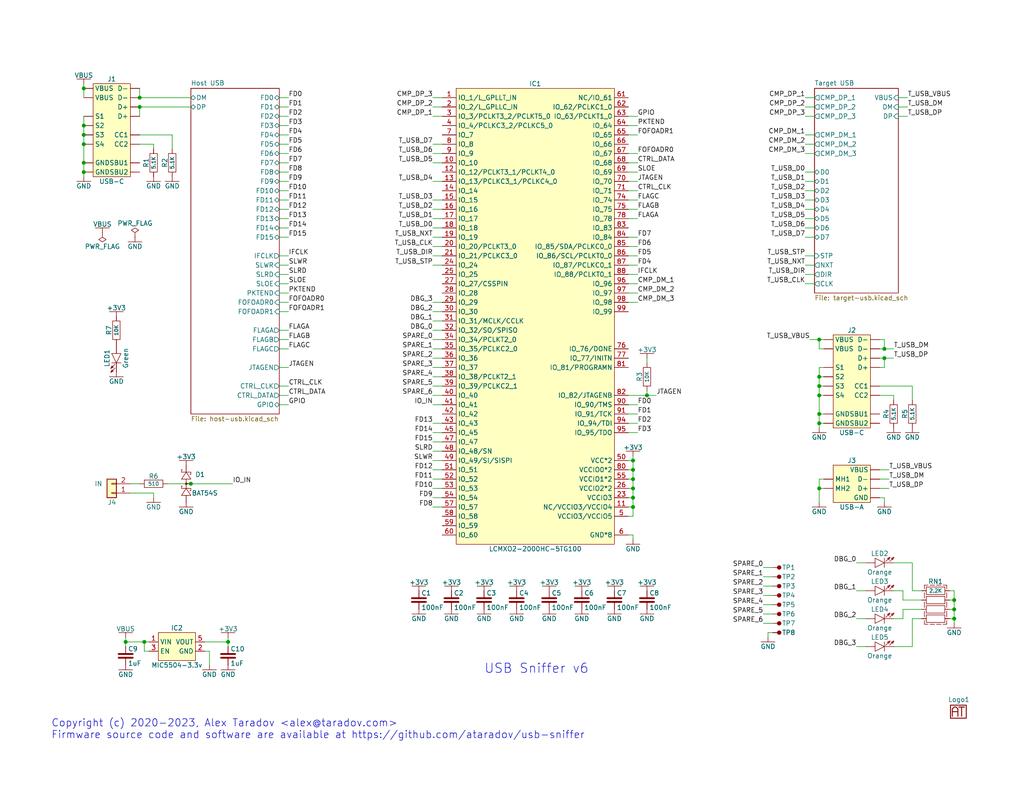
<source format=kicad_sch>
(kicad_sch (version 20230121) (generator eeschema)
  (paper "USLetter")
  (title_block (date "2023-06-16") (rev "6"))
  (junction (at 52.07 132.08))
  (junction (at 223.52 133.35))
  (junction (at 176.53 107.95))
  (junction (at 172.72 130.81))
  (junction (at 22.86 24.13))
  (junction (at 22.86 36.83))
  (junction (at 172.72 128.27))
  (junction (at 172.72 125.73))
  (junction (at 22.86 44.45))
  (junction (at 241.3 95.25))
  (junction (at 260.35 168.91))
  (junction (at 260.35 166.37))
  (junction (at 22.86 46.99))
  (junction (at 241.3 97.79))
  (junction (at 223.52 105.41))
  (junction (at 172.72 133.35))
  (junction (at 223.52 115.57))
  (junction (at 260.35 163.83))
  (junction (at 38.1 29.21))
  (junction (at 62.23 175.26))
  (junction (at 39.37 175.26))
  (junction (at 34.29 175.26))
  (junction (at 223.52 102.87))
  (junction (at 22.86 39.37))
  (junction (at 223.52 113.03))
  (junction (at 22.86 34.29))
  (junction (at 38.1 26.67))
  (junction (at 172.72 138.43))
  (junction (at 223.52 92.71))
  (junction (at 223.52 107.95))
  (junction (at 172.72 135.89))
  (wire (pts (xy 171.45 82.55) (xy 173.99 82.55)))
  (wire (pts (xy 34.29 176.53) (xy 34.29 175.26)))
  (wire (pts (xy 171.45 80.01) (xy 173.99 80.01)))
  (wire (pts (xy 171.45 36.83) (xy 173.99 36.83)))
  (wire (pts (xy 171.45 54.61) (xy 173.99 54.61)))
  (wire (pts (xy 223.52 92.71) (xy 223.52 95.25)))
  (wire (pts (xy 223.52 92.71) (xy 224.79 92.71)))
  (wire (pts (xy 172.72 125.73) (xy 172.72 128.27)))
  (wire (pts (xy 78.74 74.93) (xy 76.2 74.93)))
  (wire (pts (xy 171.45 133.35) (xy 172.72 133.35)))
  (wire (pts (xy 259.08 161.29) (xy 260.35 161.29)))
  (wire (pts (xy 248.92 176.53) (xy 248.92 168.91)))
  (wire (pts (xy 241.3 97.79) (xy 243.84 97.79)))
  (wire (pts (xy 219.71 52.07) (xy 222.25 52.07)))
  (wire (pts (xy 76.2 52.07) (xy 78.74 52.07)))
  (wire (pts (xy 22.86 34.29) (xy 22.86 36.83)))
  (wire (pts (xy 38.1 24.13) (xy 38.1 26.67)))
  (wire (pts (xy 76.2 107.95) (xy 78.74 107.95)))
  (wire (pts (xy 171.45 74.93) (xy 173.99 74.93)))
  (wire (pts (xy 118.11 102.87) (xy 120.65 102.87)))
  (wire (pts (xy 171.45 49.53) (xy 173.99 49.53)))
  (wire (pts (xy 22.86 44.45) (xy 22.86 46.99)))
  (wire (pts (xy 118.11 118.11) (xy 120.65 118.11)))
  (wire (pts (xy 118.11 54.61) (xy 120.65 54.61)))
  (wire (pts (xy 224.79 100.33) (xy 223.52 100.33)))
  (wire (pts (xy 243.84 107.95) (xy 243.84 109.22)))
  (wire (pts (xy 208.28 170.18) (xy 210.82 170.18)))
  (wire (pts (xy 219.71 39.37) (xy 222.25 39.37)))
  (wire (pts (xy 118.11 105.41) (xy 120.65 105.41)))
  (wire (pts (xy 208.28 154.94) (xy 210.82 154.94)))
  (wire (pts (xy 246.38 163.83) (xy 251.46 163.83)))
  (wire (pts (xy 219.71 46.99) (xy 222.25 46.99)))
  (wire (pts (xy 57.15 181.61) (xy 57.15 177.8)))
  (wire (pts (xy 171.45 128.27) (xy 172.72 128.27)))
  (wire (pts (xy 76.2 49.53) (xy 78.74 49.53)))
  (wire (pts (xy 240.03 97.79) (xy 241.3 97.79)))
  (wire (pts (xy 118.11 123.19) (xy 120.65 123.19)))
  (wire (pts (xy 76.2 77.47) (xy 78.74 77.47)))
  (wire (pts (xy 172.72 133.35) (xy 172.72 135.89)))
  (wire (pts (xy 78.74 95.25) (xy 76.2 95.25)))
  (wire (pts (xy 41.91 134.62) (xy 41.91 135.89)))
  (wire (pts (xy 76.2 105.41) (xy 78.74 105.41)))
  (wire (pts (xy 246.38 161.29) (xy 246.38 163.83)))
  (wire (pts (xy 246.38 166.37) (xy 251.46 166.37)))
  (wire (pts (xy 118.11 31.75) (xy 120.65 31.75)))
  (wire (pts (xy 223.52 133.35) (xy 224.79 133.35)))
  (wire (pts (xy 76.2 100.33) (xy 78.74 100.33)))
  (wire (pts (xy 219.71 57.15) (xy 222.25 57.15)))
  (wire (pts (xy 240.03 107.95) (xy 243.84 107.95)))
  (wire (pts (xy 34.29 175.26) (xy 39.37 175.26)))
  (wire (pts (xy 171.45 31.75) (xy 173.99 31.75)))
  (wire (pts (xy 171.45 113.03) (xy 173.99 113.03)))
  (wire (pts (xy 118.11 135.89) (xy 120.65 135.89)))
  (wire (pts (xy 171.45 115.57) (xy 173.99 115.57)))
  (wire (pts (xy 171.45 46.99) (xy 173.99 46.99)))
  (wire (pts (xy 118.11 107.95) (xy 120.65 107.95)))
  (wire (pts (xy 118.11 72.39) (xy 120.65 72.39)))
  (wire (pts (xy 171.45 135.89) (xy 172.72 135.89)))
  (wire (pts (xy 41.91 39.37) (xy 41.91 40.64)))
  (wire (pts (xy 171.45 107.95) (xy 176.53 107.95)))
  (wire (pts (xy 39.37 175.26) (xy 39.37 177.8)))
  (wire (pts (xy 76.2 34.29) (xy 78.74 34.29)))
  (wire (pts (xy 219.71 64.77) (xy 222.25 64.77)))
  (wire (pts (xy 219.71 69.85) (xy 222.25 69.85)))
  (wire (pts (xy 240.03 100.33) (xy 241.3 100.33)))
  (wire (pts (xy 243.84 161.29) (xy 246.38 161.29)))
  (wire (pts (xy 223.52 115.57) (xy 224.79 115.57)))
  (wire (pts (xy 209.55 173.99) (xy 209.55 172.72)))
  (wire (pts (xy 118.11 125.73) (xy 120.65 125.73)))
  (wire (pts (xy 223.52 107.95) (xy 223.52 113.03)))
  (wire (pts (xy 118.11 133.35) (xy 120.65 133.35)))
  (wire (pts (xy 245.11 29.21) (xy 247.65 29.21)))
  (wire (pts (xy 171.45 34.29) (xy 173.99 34.29)))
  (wire (pts (xy 171.45 59.69) (xy 173.99 59.69)))
  (wire (pts (xy 118.11 59.69) (xy 120.65 59.69)))
  (wire (pts (xy 209.55 172.72) (xy 210.82 172.72)))
  (wire (pts (xy 176.53 106.68) (xy 176.53 107.95)))
  (wire (pts (xy 243.84 168.91) (xy 246.38 168.91)))
  (wire (pts (xy 118.11 128.27) (xy 120.65 128.27)))
  (wire (pts (xy 224.79 130.81) (xy 223.52 130.81)))
  (wire (pts (xy 118.11 41.91) (xy 120.65 41.91)))
  (wire (pts (xy 171.45 130.81) (xy 172.72 130.81)))
  (wire (pts (xy 118.11 110.49) (xy 120.65 110.49)))
  (wire (pts (xy 240.03 105.41) (xy 248.92 105.41)))
  (wire (pts (xy 118.11 67.31) (xy 120.65 67.31)))
  (wire (pts (xy 40.64 177.8) (xy 39.37 177.8)))
  (wire (pts (xy 172.72 146.05) (xy 172.72 147.32)))
  (wire (pts (xy 219.71 62.23) (xy 222.25 62.23)))
  (wire (pts (xy 118.11 44.45) (xy 120.65 44.45)))
  (wire (pts (xy 219.71 54.61) (xy 222.25 54.61)))
  (wire (pts (xy 76.2 64.77) (xy 78.74 64.77)))
  (wire (pts (xy 118.11 39.37) (xy 120.65 39.37)))
  (wire (pts (xy 172.72 135.89) (xy 172.72 138.43)))
  (wire (pts (xy 76.2 41.91) (xy 78.74 41.91)))
  (wire (pts (xy 78.74 92.71) (xy 76.2 92.71)))
  (wire (pts (xy 118.11 87.63) (xy 120.65 87.63)))
  (wire (pts (xy 171.45 67.31) (xy 173.99 67.31)))
  (wire (pts (xy 223.52 130.81) (xy 223.52 133.35)))
  (wire (pts (xy 248.92 161.29) (xy 251.46 161.29)))
  (wire (pts (xy 76.2 36.83) (xy 78.74 36.83)))
  (wire (pts (xy 208.28 162.56) (xy 210.82 162.56)))
  (wire (pts (xy 62.23 176.53) (xy 62.23 175.26)))
  (wire (pts (xy 208.28 157.48) (xy 210.82 157.48)))
  (wire (pts (xy 248.92 153.67) (xy 248.92 161.29)))
  (wire (pts (xy 55.88 177.8) (xy 57.15 177.8)))
  (wire (pts (xy 76.2 110.49) (xy 78.74 110.49)))
  (wire (pts (xy 171.45 140.97) (xy 172.72 140.97)))
  (wire (pts (xy 78.74 90.17) (xy 76.2 90.17)))
  (wire (pts (xy 171.45 44.45) (xy 173.99 44.45)))
  (wire (pts (xy 118.11 69.85) (xy 120.65 69.85)))
  (wire (pts (xy 171.45 118.11) (xy 173.99 118.11)))
  (wire (pts (xy 118.11 62.23) (xy 120.65 62.23)))
  (wire (pts (xy 38.1 36.83) (xy 46.99 36.83)))
  (wire (pts (xy 240.03 92.71) (xy 241.3 92.71)))
  (wire (pts (xy 38.1 26.67) (xy 52.07 26.67)))
  (wire (pts (xy 118.11 64.77) (xy 120.65 64.77)))
  (wire (pts (xy 208.28 160.02) (xy 210.82 160.02)))
  (wire (pts (xy 248.92 168.91) (xy 251.46 168.91)))
  (wire (pts (xy 118.11 120.65) (xy 120.65 120.65)))
  (wire (pts (xy 246.38 168.91) (xy 246.38 166.37)))
  (wire (pts (xy 46.99 36.83) (xy 46.99 40.64)))
  (wire (pts (xy 223.52 113.03) (xy 223.52 115.57)))
  (wire (pts (xy 241.3 95.25) (xy 243.84 95.25)))
  (wire (pts (xy 118.11 115.57) (xy 120.65 115.57)))
  (wire (pts (xy 171.45 41.91) (xy 173.99 41.91)))
  (wire (pts (xy 219.71 49.53) (xy 222.25 49.53)))
  (wire (pts (xy 171.45 77.47) (xy 173.99 77.47)))
  (wire (pts (xy 171.45 69.85) (xy 173.99 69.85)))
  (wire (pts (xy 219.71 41.91) (xy 222.25 41.91)))
  (wire (pts (xy 219.71 31.75) (xy 222.25 31.75)))
  (wire (pts (xy 76.2 85.09) (xy 78.74 85.09)))
  (wire (pts (xy 176.53 107.95) (xy 179.07 107.95)))
  (wire (pts (xy 38.1 29.21) (xy 52.07 29.21)))
  (wire (pts (xy 223.52 95.25) (xy 224.79 95.25)))
  (wire (pts (xy 219.71 36.83) (xy 222.25 36.83)))
  (wire (pts (xy 76.2 80.01) (xy 78.74 80.01)))
  (wire (pts (xy 260.35 161.29) (xy 260.35 163.83)))
  (wire (pts (xy 171.45 72.39) (xy 173.99 72.39)))
  (wire (pts (xy 118.11 97.79) (xy 120.65 97.79)))
  (wire (pts (xy 171.45 64.77) (xy 173.99 64.77)))
  (wire (pts (xy 76.2 59.69) (xy 78.74 59.69)))
  (wire (pts (xy 219.71 29.21) (xy 222.25 29.21)))
  (wire (pts (xy 240.03 135.89) (xy 241.3 135.89)))
  (wire (pts (xy 76.2 39.37) (xy 78.74 39.37)))
  (wire (pts (xy 172.72 128.27) (xy 172.72 130.81)))
  (wire (pts (xy 240.03 130.81) (xy 242.57 130.81)))
  (wire (pts (xy 223.52 102.87) (xy 224.79 102.87)))
  (wire (pts (xy 34.29 173.99) (xy 34.29 175.26)))
  (wire (pts (xy 22.86 46.99) (xy 22.86 48.26)))
  (wire (pts (xy 76.2 29.21) (xy 78.74 29.21)))
  (wire (pts (xy 259.08 163.83) (xy 260.35 163.83)))
  (wire (pts (xy 118.11 90.17) (xy 120.65 90.17)))
  (wire (pts (xy 118.11 138.43) (xy 120.65 138.43)))
  (wire (pts (xy 118.11 82.55) (xy 120.65 82.55)))
  (wire (pts (xy 220.98 92.71) (xy 223.52 92.71)))
  (wire (pts (xy 78.74 69.85) (xy 76.2 69.85)))
  (wire (pts (xy 76.2 44.45) (xy 78.74 44.45)))
  (wire (pts (xy 76.2 46.99) (xy 78.74 46.99)))
  (wire (pts (xy 233.68 168.91) (xy 236.22 168.91)))
  (wire (pts (xy 233.68 153.67) (xy 236.22 153.67)))
  (wire (pts (xy 172.72 124.46) (xy 172.72 125.73)))
  (wire (pts (xy 171.45 57.15) (xy 173.99 57.15)))
  (wire (pts (xy 219.71 59.69) (xy 222.25 59.69)))
  (wire (pts (xy 171.45 138.43) (xy 172.72 138.43)))
  (wire (pts (xy 118.11 130.81) (xy 120.65 130.81)))
  (wire (pts (xy 118.11 29.21) (xy 120.65 29.21)))
  (wire (pts (xy 223.52 115.57) (xy 223.52 116.84)))
  (wire (pts (xy 241.3 97.79) (xy 241.3 100.33)))
  (wire (pts (xy 240.03 95.25) (xy 241.3 95.25)))
  (wire (pts (xy 223.52 107.95) (xy 224.79 107.95)))
  (wire (pts (xy 22.86 24.13) (xy 22.86 26.67)))
  (wire (pts (xy 171.45 125.73) (xy 172.72 125.73)))
  (wire (pts (xy 241.3 92.71) (xy 241.3 95.25)))
  (wire (pts (xy 171.45 146.05) (xy 172.72 146.05)))
  (wire (pts (xy 260.35 168.91) (xy 259.08 168.91)))
  (wire (pts (xy 76.2 54.61) (xy 78.74 54.61)))
  (wire (pts (xy 76.2 57.15) (xy 78.74 57.15)))
  (wire (pts (xy 219.71 74.93) (xy 222.25 74.93)))
  (wire (pts (xy 223.52 102.87) (xy 223.52 105.41)))
  (wire (pts (xy 76.2 82.55) (xy 78.74 82.55)))
  (wire (pts (xy 55.88 175.26) (xy 62.23 175.26)))
  (wire (pts (xy 38.1 29.21) (xy 38.1 31.75)))
  (wire (pts (xy 118.11 49.53) (xy 120.65 49.53)))
  (wire (pts (xy 172.72 130.81) (xy 172.72 133.35)))
  (wire (pts (xy 35.56 134.62) (xy 41.91 134.62)))
  (wire (pts (xy 223.52 133.35) (xy 223.52 137.16)))
  (wire (pts (xy 172.72 138.43) (xy 172.72 140.97)))
  (wire (pts (xy 118.11 100.33) (xy 120.65 100.33)))
  (wire (pts (xy 243.84 153.67) (xy 248.92 153.67)))
  (wire (pts (xy 243.84 176.53) (xy 248.92 176.53)))
  (wire (pts (xy 118.11 57.15) (xy 120.65 57.15)))
  (wire (pts (xy 171.45 52.07) (xy 173.99 52.07)))
  (wire (pts (xy 76.2 62.23) (xy 78.74 62.23)))
  (wire (pts (xy 219.71 26.67) (xy 222.25 26.67)))
  (wire (pts (xy 22.86 36.83) (xy 22.86 39.37)))
  (wire (pts (xy 118.11 92.71) (xy 120.65 92.71)))
  (wire (pts (xy 223.52 105.41) (xy 223.52 107.95)))
  (wire (pts (xy 52.07 132.08) (xy 63.5 132.08)))
  (wire (pts (xy 62.23 173.99) (xy 62.23 175.26)))
  (wire (pts (xy 219.71 77.47) (xy 222.25 77.47)))
  (wire (pts (xy 38.1 39.37) (xy 41.91 39.37)))
  (wire (pts (xy 248.92 105.41) (xy 248.92 109.22)))
  (wire (pts (xy 22.86 39.37) (xy 22.86 44.45)))
  (wire (pts (xy 118.11 26.67) (xy 120.65 26.67)))
  (wire (pts (xy 223.52 113.03) (xy 224.79 113.03)))
  (wire (pts (xy 35.56 132.08) (xy 38.1 132.08)))
  (wire (pts (xy 245.11 26.67) (xy 247.65 26.67)))
  (wire (pts (xy 118.11 95.25) (xy 120.65 95.25)))
  (wire (pts (xy 219.71 72.39) (xy 222.25 72.39)))
  (wire (pts (xy 78.74 72.39) (xy 76.2 72.39)))
  (wire (pts (xy 260.35 166.37) (xy 260.35 168.91)))
  (wire (pts (xy 260.35 168.91) (xy 260.35 170.18)))
  (wire (pts (xy 208.28 167.64) (xy 210.82 167.64)))
  (wire (pts (xy 118.11 85.09) (xy 120.65 85.09)))
  (wire (pts (xy 240.03 133.35) (xy 242.57 133.35)))
  (wire (pts (xy 259.08 166.37) (xy 260.35 166.37)))
  (wire (pts (xy 22.86 31.75) (xy 22.86 34.29)))
  (wire (pts (xy 171.45 110.49) (xy 173.99 110.49)))
  (wire (pts (xy 76.2 31.75) (xy 78.74 31.75)))
  (wire (pts (xy 45.72 132.08) (xy 52.07 132.08)))
  (wire (pts (xy 260.35 163.83) (xy 260.35 166.37)))
  (wire (pts (xy 223.52 100.33) (xy 223.52 102.87)))
  (wire (pts (xy 176.53 97.79) (xy 176.53 99.06)))
  (wire (pts (xy 240.03 128.27) (xy 242.57 128.27)))
  (wire (pts (xy 233.68 176.53) (xy 236.22 176.53)))
  (wire (pts (xy 76.2 26.67) (xy 78.74 26.67)))
  (wire (pts (xy 22.86 22.86) (xy 22.86 24.13)))
  (wire (pts (xy 233.68 161.29) (xy 236.22 161.29)))
  (wire (pts (xy 241.3 137.16) (xy 241.3 135.89)))
  (wire (pts (xy 223.52 105.41) (xy 224.79 105.41)))
  (wire (pts (xy 245.11 31.75) (xy 247.65 31.75)))
  (wire (pts (xy 39.37 175.26) (xy 40.64 175.26)))
  (wire (pts (xy 208.28 165.1) (xy 210.82 165.1)))
  (text "Copyright (c) 2020-2023, Alex Taradov <alex@taradov.com>\nFirmware source code and software are available at https://github.com/ataradov/usb-sniffer" (at 13.97 201.93 0) (effects (font (size 2 2)) (justify left bottom)))
  (text "USB Sniffer v6" (at 132.08 184.15 0) (effects (font (size 2.54 2.54)) (justify left bottom)))
  (label "FLAGC" (at 173.99 54.61 0))
  (label "SLRD" (at 78.74 74.93 0))
  (label "FD14" (at 118.11 118.11 180))
  (label "FD10" (at 78.74 52.07 0))
  (label "T_USB_VBUS" (at 220.98 92.71 180))
  (label "T_USB_CLK" (at 118.11 67.31 180))
  (label "CMP_DM_1" (at 173.99 77.47 0))
  (label "T_USB_D3" (at 118.11 54.61 180))
  (label "T_USB_STP" (at 118.11 72.39 180))
  (label "FD15" (at 78.74 64.77 0))
  (label "IO_IN" (at 118.11 110.49 180))
  (label "FD12" (at 78.74 57.15 0))
  (label "T_USB_D6" (at 219.71 62.23 180))
  (label "FD6" (at 78.74 41.91 0))
  (label "JTAGEN" (at 173.99 49.53 0))
  (label "IO_IN" (at 63.5 132.08 0))
  (label "CMP_DM_3" (at 173.99 82.55 0))
  (label "FD10" (at 118.11 133.35 180))
  (label "T_USB_D7" (at 118.11 39.37 180))
  (label "FD0" (at 78.74 26.67 0))
  (label "FD11" (at 118.11 130.81 180))
  (label "FD1" (at 173.99 113.03 0))
  (label "T_USB_CLK" (at 219.71 77.47 180))
  (label "DBG_1" (at 233.68 161.29 180))
  (label "FD2" (at 78.74 31.75 0))
  (label "SLWR" (at 78.74 72.39 0))
  (label "IFCLK" (at 173.99 74.93 0))
  (label "FLAGC" (at 78.74 95.25 0))
  (label "IFCLK" (at 78.74 69.85 0))
  (label "SPARE_2" (at 208.28 160.02 180))
  (label "T_USB_D2" (at 219.71 52.07 180))
  (label "CMP_DP_3" (at 219.71 31.75 180))
  (label "CMP_DP_3" (at 118.11 26.67 180))
  (label "FD7" (at 173.99 64.77 0))
  (label "T_USB_D3" (at 219.71 54.61 180))
  (label "FD3" (at 173.99 118.11 0))
  (label "FD9" (at 78.74 49.53 0))
  (label "CMP_DM_1" (at 219.71 36.83 180))
  (label "T_USB_D0" (at 219.71 46.99 180))
  (label "FD6" (at 173.99 67.31 0))
  (label "CMP_DM_2" (at 219.71 39.37 180))
  (label "T_USB_D7" (at 219.71 64.77 180))
  (label "SPARE_4" (at 118.11 102.87 180))
  (label "T_USB_NXT" (at 219.71 72.39 180))
  (label "T_USB_D4" (at 118.11 49.53 180))
  (label "T_USB_DP" (at 247.65 31.75 0))
  (label "T_USB_DIR" (at 118.11 69.85 180))
  (label "FOFOADR1" (at 173.99 36.83 0))
  (label "T_USB_DP" (at 243.84 97.79 0))
  (label "SPARE_5" (at 118.11 105.41 180))
  (label "T_USB_D1" (at 219.71 49.53 180))
  (label "T_USB_D1" (at 118.11 59.69 180))
  (label "FD3" (at 78.74 34.29 0))
  (label "T_USB_DP" (at 242.57 133.35 0))
  (label "FD11" (at 78.74 54.61 0))
  (label "DBG_3" (at 118.11 82.55 180))
  (label "FD2" (at 173.99 115.57 0))
  (label "FD15" (at 118.11 120.65 180))
  (label "FD12" (at 118.11 128.27 180))
  (label "SLWR" (at 118.11 125.73 180))
  (label "T_USB_D4" (at 219.71 57.15 180))
  (label "FD13" (at 78.74 59.69 0))
  (label "T_USB_DM" (at 243.84 95.25 0))
  (label "FD8" (at 118.11 138.43 180))
  (label "JTAGEN" (at 78.74 100.33 0))
  (label "SPARE_5" (at 208.28 167.64 180))
  (label "SPARE_1" (at 208.28 157.48 180))
  (label "FD13" (at 118.11 115.57 180))
  (label "SPARE_2" (at 118.11 97.79 180))
  (label "FD9" (at 118.11 135.89 180))
  (label "SPARE_1" (at 118.11 95.25 180))
  (label "T_USB_VBUS" (at 242.57 128.27 0))
  (label "FLAGB" (at 173.99 57.15 0))
  (label "FLAGB" (at 78.74 92.71 0))
  (label "PKTEND" (at 78.74 80.01 0))
  (label "FD5" (at 78.74 39.37 0))
  (label "GPIO" (at 78.74 110.49 0))
  (label "FLAGA" (at 78.74 90.17 0))
  (label "CMP_DP_1" (at 118.11 31.75 180))
  (label "FOFOADR1" (at 78.74 85.09 0))
  (label "FD14" (at 78.74 62.23 0))
  (label "DBG_2" (at 233.68 168.91 180))
  (label "GPIO" (at 173.99 31.75 0))
  (label "DBG_3" (at 233.68 176.53 180))
  (label "CMP_DP_2" (at 219.71 29.21 180))
  (label "CMP_DM_2" (at 173.99 80.01 0))
  (label "FD5" (at 173.99 69.85 0))
  (label "FD4" (at 78.74 36.83 0))
  (label "FOFOADR0" (at 173.99 41.91 0))
  (label "T_USB_D5" (at 118.11 44.45 180))
  (label "DBG_0" (at 233.68 153.67 180))
  (label "SPARE_0" (at 208.28 154.94 180))
  (label "FOFOADR0" (at 78.74 82.55 0))
  (label "T_USB_DIR" (at 219.71 74.93 180))
  (label "T_USB_DM" (at 247.65 29.21 0))
  (label "SPARE_6" (at 118.11 107.95 180))
  (label "PKTEND" (at 173.99 34.29 0))
  (label "CMP_DP_2" (at 118.11 29.21 180))
  (label "SPARE_6" (at 208.28 170.18 180))
  (label "T_USB_D2" (at 118.11 57.15 180))
  (label "T_USB_NXT" (at 118.11 64.77 180))
  (label "SLOE" (at 173.99 46.99 0))
  (label "SPARE_3" (at 118.11 100.33 180))
  (label "CTRL_CLK" (at 173.99 52.07 0))
  (label "CTRL_CLK" (at 78.74 105.41 0))
  (label "T_USB_D6" (at 118.11 41.91 180))
  (label "FLAGA" (at 173.99 59.69 0))
  (label "FD1" (at 78.74 29.21 0))
  (label "T_USB_DM" (at 242.57 130.81 0))
  (label "T_USB_VBUS" (at 247.65 26.67 0))
  (label "SLRD" (at 118.11 123.19 180))
  (label "FD7" (at 78.74 44.45 0))
  (label "CTRL_DATA" (at 173.99 44.45 0))
  (label "SLOE" (at 78.74 77.47 0))
  (label "T_USB_D0" (at 118.11 62.23 180))
  (label "T_USB_D5" (at 219.71 59.69 180))
  (label "JTAGEN" (at 179.07 107.95 0))
  (label "CTRL_DATA" (at 78.74 107.95 0))
  (label "FD8" (at 78.74 46.99 0))
  (label "CMP_DM_3" (at 219.71 41.91 180))
  (label "DBG_0" (at 118.11 90.17 180))
  (label "CMP_DP_1" (at 219.71 26.67 180))
  (label "DBG_1" (at 118.11 87.63 180))
  (label "FD4" (at 173.99 72.39 0))
  (label "FD0" (at 173.99 110.49 0))
  (label "SPARE_0" (at 118.11 92.71 180))
  (label "T_USB_STP" (at 219.71 69.85 180))
  (label "DBG_2" (at 118.11 85.09 180))
  (label "SPARE_3" (at 208.28 162.56 180))
  (label "SPARE_4" (at 208.28 165.1 180))
  (symbol (lib_id "ataradov_rlc:C") (at 62.23 179.07 0) (unit 1)
    (property "Reference" "C10" (at 62.865 177.165 0) (effects (justify left)))
    (property "Value" "1uF" (at 62.865 181.102 0) (effects (justify left)))
    (property "Footprint" "ataradov_smd:0603" (effects hide))
    (property "LCSC" "C15849" (effects hide))
  )
  (symbol (lib_id "ataradov_pwr:GND") (at 31.75 101.6 0) (unit 1)
    (property "Reference" "#PWR020" (effects hide))
    (property "Value" "GND" (at 31.75 104.14 0))
  )
  (symbol (lib_id "ataradov_pwr:+3V3") (at 167.64 161.29 0) (unit 1)
    (property "Reference" "#PWR028" (effects hide))
    (property "Value" "+3V3" (at 167.64 159.004 0))
  )
  (symbol (lib_id "ataradov_rlc:C") (at 123.19 163.83 0) (unit 1)
    (property "Reference" "C2" (at 123.825 161.925 0) (effects (justify left)))
    (property "Value" "100nF" (at 123.825 165.862 0) (effects (justify left)))
    (property "Footprint" "ataradov_smd:0603" (effects hide))
    (property "LCSC" "C14663" (effects hide))
  )
  (symbol (lib_id "ataradov_pwr:GND") (at 223.52 116.84 0) (unit 1)
    (property "Reference" "#PWR08" (effects hide))
    (property "Value" "GND" (at 223.52 119.38 0))
  )
  (symbol (lib_id "ataradov_vreg:MIC5504") (at 48.26 175.26 0) (unit 1)
    (property "Reference" "IC2" (at 48.26 171.45 0))
    (property "Value" "MIC5504-3.3v" (at 48.26 181.61 0))
    (property "Footprint" "ataradov_ic:SOT-23-5" (effects hide))
    (property "LCSC" "C88419" (effects hide))
  )
  (symbol (lib_id "ataradov_misc:TestPoint") (at 210.82 167.64 0) (unit 1) (in_bom no)
    (property "Reference" "TP6" (at 213.36 167.64 0) (effects (justify left)))
    (property "Value" " " (at 218.44 167.64 0) (effects (justify left)))
    (property "Footprint" "ataradov_misc:TestPoint-1.27mm-Small" (effects hide))
  )
  (symbol (lib_id "ataradov_pwr:GND") (at 62.23 181.61 0) (unit 1)
    (property "Reference" "#PWR044" (effects hide))
    (property "Value" "GND" (at 62.23 184.15 0))
  )
  (symbol (lib_id "ataradov_pwr:GND") (at 46.99 48.26 0) (unit 1)
    (property "Reference" "#PWR04" (effects hide))
    (property "Value" "GND" (at 46.99 50.8 0))
  )
  (symbol (lib_id "ataradov_rlc:C") (at 140.97 163.83 0) (unit 1)
    (property "Reference" "C4" (at 141.605 161.925 0) (effects (justify left)))
    (property "Value" "100nF" (at 141.605 165.862 0) (effects (justify left)))
    (property "Footprint" "ataradov_smd:0603" (effects hide))
    (property "LCSC" "C14663" (effects hide))
  )
  (symbol (lib_id "ataradov_pwr:GND") (at 114.3 166.37 0) (unit 1)
    (property "Reference" "#PWR030" (effects hide))
    (property "Value" "GND" (at 114.3 168.91 0))
  )
  (symbol (lib_id "ataradov_misc:TestPoint") (at 210.82 162.56 0) (unit 1) (in_bom no)
    (property "Reference" "TP4" (at 213.36 162.56 0) (effects (justify left)))
    (property "Value" " " (at 218.44 162.56 0) (effects (justify left)))
    (property "Footprint" "ataradov_misc:TestPoint-1.27mm-Small" (effects hide))
  )
  (symbol (lib_id "ataradov_pwr:GND") (at 223.52 137.16 0) (unit 1)
    (property "Reference" "#PWR015" (effects hide))
    (property "Value" "GND" (at 223.52 139.7 0))
  )
  (symbol (lib_id "ataradov_rlc:R") (at 41.91 132.08 0) (unit 1)
    (property "Reference" "R6" (at 41.91 130.048 0))
    (property "Value" "510" (at 41.91 132.08 0) (effects (font (size 1.016 1.016))))
    (property "Footprint" "ataradov_smd:0603" (effects hide))
    (property "LCSC" "C23193" (effects hide))
  )
  (symbol (lib_id "ataradov_pwr:GND") (at 41.91 135.89 0) (unit 1)
    (property "Reference" "#PWR017" (effects hide))
    (property "Value" "GND" (at 41.91 138.43 0))
  )
  (symbol (lib_id "ataradov_pwr:GND") (at 132.08 166.37 0) (unit 1)
    (property "Reference" "#PWR032" (effects hide))
    (property "Value" "GND" (at 132.08 168.91 0))
  )
  (symbol (lib_id "ataradov_pwr:+3V3") (at 176.53 161.29 0) (unit 1)
    (property "Reference" "#PWR029" (effects hide))
    (property "Value" "+3V3" (at 176.53 159.004 0))
  )
  (symbol (lib_id "ataradov_misc:TestPoint") (at 210.82 172.72 0) (unit 1) (in_bom no)
    (property "Reference" "TP8" (at 213.36 172.72 0) (effects (justify left)))
    (property "Value" " " (at 218.44 172.72 0) (effects (justify left)))
    (property "Footprint" "ataradov_misc:TestPoint-1.27mm-Small" (effects hide))
  )
  (symbol (lib_id "ataradov_pld:LCMXO2-100") (at 146.05 85.09 0) (unit 1)
    (property "Reference" "IC1" (at 146.05 22.86 0))
    (property "Value" "LCMXO2-2000HC-5TG100" (at 146.05 149.86 0))
    (property "Footprint" "ataradov_ic:TQFP-100-0.5mm" (effects hide))
  )
  (symbol (lib_id "ataradov_pwr:+3V3") (at 123.19 161.29 0) (unit 1)
    (property "Reference" "#PWR023" (effects hide))
    (property "Value" "+3V3" (at 123.19 159.004 0))
  )
  (symbol (lib_id "ataradov_misc:TestPoint") (at 210.82 170.18 0) (unit 1) (in_bom no)
    (property "Reference" "TP7" (at 213.36 170.18 0) (effects (justify left)))
    (property "Value" " " (at 218.44 170.18 0) (effects (justify left)))
    (property "Footprint" "ataradov_misc:TestPoint-1.27mm-Small" (effects hide))
  )
  (symbol (lib_id "ataradov_pwr:+3V3") (at 140.97 161.29 0) (unit 1)
    (property "Reference" "#PWR025" (effects hide))
    (property "Value" "+3V3" (at 140.97 159.004 0))
  )
  (symbol (lib_id "ataradov_pwr:GND") (at 248.92 116.84 0) (unit 1)
    (property "Reference" "#PWR010" (effects hide))
    (property "Value" "GND" (at 248.92 119.38 0))
  )
  (symbol (lib_id "ataradov_conn:USB-A") (at 232.41 130.81 0) (unit 1)
    (property "Reference" "J3" (at 232.41 125.73 0))
    (property "Value" "USB-A" (at 232.41 138.43 0))
    (property "Footprint" "usb-sniffer:C668591" (effects hide))
    (property "LCSC" "C668591" (effects hide))
  )
  (symbol (lib_id "ataradov_led:LED") (at 240.03 153.67 0) (unit 1)
    (property "Reference" "LED2" (at 240.03 151.13 0))
    (property "Value" "Orange" (at 240.03 156.21 0))
    (property "Footprint" "ataradov_smd:0603" (effects hide))
    (property "LCSC" "C84269" (effects hide))
  )
  (symbol (lib_id "ataradov_pwr:GND") (at 41.91 48.26 0) (unit 1)
    (property "Reference" "#PWR03" (effects hide))
    (property "Value" "GND" (at 41.91 50.8 0))
  )
  (symbol (lib_id "ataradov_pwr:GND") (at 50.8 137.16 0) (unit 1)
    (property "Reference" "#PWR014" (effects hide))
    (property "Value" "GND" (at 50.8 139.7 0))
  )
  (symbol (lib_name "PWR_FLAG_1") (lib_id "power:PWR_FLAG") (at 27.94 63.5 180) (unit 1)
    (property "Reference" "#FLG01" (effects hide))
    (property "Value" "PWR_FLAG" (at 27.94 67.31 0))
  )
  (symbol (lib_id "ataradov_rlc:C") (at 114.3 163.83 0) (unit 1)
    (property "Reference" "C1" (at 114.935 161.925 0) (effects (justify left)))
    (property "Value" "100nF" (at 114.935 165.862 0) (effects (justify left)))
    (property "Footprint" "ataradov_smd:0603" (effects hide))
    (property "LCSC" "C14663" (effects hide))
  )
  (symbol (lib_id "ataradov_pwr:+3V3") (at 62.23 173.99 0) (unit 1)
    (property "Reference" "#PWR040" (effects hide))
    (property "Value" "+3V3" (at 62.23 171.704 0))
  )
  (symbol (lib_id "ataradov_led:LED") (at 31.75 97.79 90) (mirror x) (unit 1)
    (property "Reference" "LED1" (at 29.21 97.79 0))
    (property "Value" "Green" (at 34.29 97.79 0))
    (property "Footprint" "ataradov_smd:0603" (effects hide))
    (property "LCSC" "C84264" (effects hide))
  )
  (symbol (lib_id "ataradov_pwr:GND") (at 260.35 170.18 0) (unit 1)
    (property "Reference" "#PWR038" (effects hide))
    (property "Value" "GND" (at 260.35 172.72 0))
  )
  (symbol (lib_id "ataradov_rlc:R") (at 243.84 113.03 90) (unit 1)
    (property "Reference" "R4" (at 241.808 113.03 0))
    (property "Value" "5.1K" (at 243.84 113.03 0) (effects (font (size 1.016 1.016))))
    (property "Footprint" "ataradov_smd:0603" (effects hide))
    (property "LCSC" "C23186" (effects hide))
  )
  (symbol (lib_id "ataradov_rlc:RN-4") (at 255.27 163.83 0) (unit 1)
    (property "Reference" "RN1" (at 255.27 158.75 0))
    (property "Value" "2.2K" (at 255.27 161.29 0) (effects (font (size 1.016 1.016))))
    (property "Footprint" "ataradov_smd:0603x4" (effects hide))
    (property "LCSC" "C414564" (effects hide))
  )
  (symbol (lib_id "ataradov_pwr:GND") (at 34.29 181.61 0) (unit 1)
    (property "Reference" "#PWR042" (effects hide))
    (property "Value" "GND" (at 34.29 184.15 0))
  )
  (symbol (lib_id "ataradov_conn:USB-C") (at 232.41 102.87 0) (unit 1)
    (property "Reference" "J2" (at 232.41 90.17 0))
    (property "Value" "USB-C" (at 232.41 118.11 0))
    (property "Footprint" "ataradov_conn:USB-C" (effects hide))
    (property "LCSC" "C2835315" (effects hide))
  )
  (symbol (lib_id "ataradov_misc:TestPoint") (at 210.82 154.94 0) (unit 1) (in_bom no)
    (property "Reference" "TP1" (at 213.36 154.94 0) (effects (justify left)))
    (property "Value" " " (at 218.44 154.94 0) (effects (justify left)))
    (property "Footprint" "ataradov_misc:TestPoint-1.27mm-Small" (effects hide))
  )
  (symbol (lib_id "ataradov_pwr:VBUS") (at 27.94 63.5 0) (unit 1)
    (property "Reference" "#PWR05" (effects hide))
    (property "Value" "VBUS" (at 27.94 61.214 0))
  )
  (symbol (lib_id "ataradov_pwr:+3V3") (at 176.53 97.79 0) (unit 1)
    (property "Reference" "#PWR07" (effects hide))
    (property "Value" "+3V3" (at 176.53 95.504 0))
  )
  (symbol (lib_id "ataradov_rlc:C") (at 176.53 163.83 0) (unit 1)
    (property "Reference" "C8" (at 177.165 161.925 0) (effects (justify left)))
    (property "Value" "100nF" (at 177.165 165.862 0) (effects (justify left)))
    (property "Footprint" "ataradov_smd:0603" (effects hide))
    (property "LCSC" "C14663" (effects hide))
  )
  (symbol (lib_id "ataradov_pwr:GND") (at 243.84 116.84 0) (unit 1)
    (property "Reference" "#PWR09" (effects hide))
    (property "Value" "GND" (at 243.84 119.38 0))
  )
  (symbol (lib_id "ataradov_misc:TestPoint") (at 210.82 165.1 0) (unit 1) (in_bom no)
    (property "Reference" "TP5" (at 213.36 165.1 0) (effects (justify left)))
    (property "Value" " " (at 218.44 165.1 0) (effects (justify left)))
    (property "Footprint" "ataradov_misc:TestPoint-1.27mm-Small" (effects hide))
  )
  (symbol (lib_id "ataradov_led:LED") (at 240.03 176.53 0) (unit 1)
    (property "Reference" "LED5" (at 240.03 173.99 0))
    (property "Value" "Orange" (at 240.03 179.07 0))
    (property "Footprint" "ataradov_smd:0603" (effects hide))
    (property "LCSC" "C84269" (effects hide))
  )
  (symbol (lib_id "Connector_Generic:Conn_01x02") (at 30.48 134.62 180) (unit 1)
    (property "Reference" "J4" (at 31.75 137.16 0) (effects (justify left)))
    (property "Value" "IN" (at 27.94 132.08 0) (effects (justify left)))
    (property "Footprint" "Connector_PinHeader_2.54mm:PinHeader_1x02_P2.54mm_Horizontal" (effects hide))
    (property "LCSC" "C492410" (effects hide))
  )
  (symbol (lib_id "ataradov_rlc:C") (at 132.08 163.83 0) (unit 1)
    (property "Reference" "C3" (at 132.715 161.925 0) (effects (justify left)))
    (property "Value" "100nF" (at 132.715 165.862 0) (effects (justify left)))
    (property "Footprint" "ataradov_smd:0603" (effects hide))
    (property "LCSC" "C14663" (effects hide))
  )
  (symbol (lib_id "ataradov_rlc:R") (at 248.92 113.03 90) (unit 1)
    (property "Reference" "R5" (at 246.888 113.03 0))
    (property "Value" "5.1K" (at 248.92 113.03 0) (effects (font (size 1.016 1.016))))
    (property "Footprint" "ataradov_smd:0603" (effects hide))
    (property "LCSC" "C23186" (effects hide))
  )
  (symbol (lib_id "ataradov_pwr:+3V3") (at 50.8 127 0) (unit 1)
    (property "Reference" "#PWR012" (effects hide))
    (property "Value" "+3V3" (at 50.8 124.714 0))
  )
  (symbol (lib_id "ataradov_misc:TestPoint") (at 210.82 160.02 0) (unit 1) (in_bom no)
    (property "Reference" "TP3" (at 213.36 160.02 0) (effects (justify left)))
    (property "Value" " " (at 218.44 160.02 0) (effects (justify left)))
    (property "Footprint" "ataradov_misc:TestPoint-1.27mm-Small" (effects hide))
  )
  (symbol (lib_id "ataradov_rlc:R") (at 41.91 44.45 90) (unit 1)
    (property "Reference" "R1" (at 39.878 44.45 0))
    (property "Value" "5.1K" (at 41.91 44.45 0) (effects (font (size 1.016 1.016))))
    (property "Footprint" "ataradov_smd:0603" (effects hide))
    (property "LCSC" "C23186" (effects hide))
  )
  (symbol (lib_id "ataradov_led:LED") (at 240.03 161.29 0) (unit 1)
    (property "Reference" "LED3" (at 240.03 158.75 0))
    (property "Value" "Orange" (at 240.03 163.83 0))
    (property "Footprint" "ataradov_smd:0603" (effects hide))
    (property "LCSC" "C84269" (effects hide))
  )
  (symbol (lib_id "ataradov_led:LED") (at 240.03 168.91 0) (unit 1)
    (property "Reference" "LED4" (at 240.03 166.37 0))
    (property "Value" "Orange" (at 240.03 171.45 0))
    (property "Footprint" "ataradov_smd:0603" (effects hide))
    (property "LCSC" "C84269" (effects hide))
  )
  (symbol (lib_id "ataradov_pwr:+3V3") (at 158.75 161.29 0) (unit 1)
    (property "Reference" "#PWR027" (effects hide))
    (property "Value" "+3V3" (at 158.75 159.004 0))
  )
  (symbol (lib_id "ataradov_pwr:GND") (at 172.72 147.32 0) (unit 1)
    (property "Reference" "#PWR019" (effects hide))
    (property "Value" "GND" (at 172.72 149.86 0))
  )
  (symbol (lib_id "ataradov_conn:USB-C") (at 30.48 34.29 0) (unit 1)
    (property "Reference" "J1" (at 30.48 21.59 0))
    (property "Value" "USB-C" (at 30.48 49.53 0))
    (property "Footprint" "ataradov_conn:USB-C" (effects hide))
    (property "LCSC" "C2835315" (effects hide))
  )
  (symbol (lib_id "ataradov_pwr:GND") (at 36.83 64.77 0) (unit 1)
    (property "Reference" "#PWR06" (effects hide))
    (property "Value" "GND" (at 36.83 67.31 0))
  )
  (symbol (lib_id "ataradov_pwr:GND") (at 241.3 137.16 0) (unit 1)
    (property "Reference" "#PWR016" (effects hide))
    (property "Value" "GND" (at 241.3 139.7 0))
  )
  (symbol (lib_id "ataradov_rlc:C") (at 158.75 163.83 0) (unit 1)
    (property "Reference" "C6" (at 159.385 161.925 0) (effects (justify left)))
    (property "Value" "100nF" (at 159.385 165.862 0) (effects (justify left)))
    (property "Footprint" "ataradov_smd:0603" (effects hide))
    (property "LCSC" "C14663" (effects hide))
  )
  (symbol (lib_id "ataradov_semi:BAT54S") (at 50.8 132.08 90) (unit 1)
    (property "Reference" "D1" (at 54.61 129.54 90))
    (property "Value" "BAT54S" (at 55.88 134.62 90))
    (property "Footprint" "ataradov_ic:SOT-23" (effects hide))
    (property "LCSC" "C47546" (effects hide))
  )
  (symbol (lib_id "ataradov_pwr:GND") (at 158.75 166.37 0) (unit 1)
    (property "Reference" "#PWR035" (effects hide))
    (property "Value" "GND" (at 158.75 168.91 0))
  )
  (symbol (lib_id "ataradov_pwr:GND") (at 140.97 166.37 0) (unit 1)
    (property "Reference" "#PWR033" (effects hide))
    (property "Value" "GND" (at 140.97 168.91 0))
  )
  (symbol (lib_id "ataradov_pwr:+3V3") (at 172.72 124.46 0) (unit 1)
    (property "Reference" "#PWR011" (effects hide))
    (property "Value" "+3V3" (at 172.72 122.174 0))
  )
  (symbol (lib_id "ataradov_pwr:+3V3") (at 31.75 86.36 0) (unit 1)
    (property "Reference" "#PWR013" (effects hide))
    (property "Value" "+3V3" (at 31.75 84.074 0))
  )
  (symbol (lib_id "ataradov_pwr:+3V3") (at 149.86 161.29 0) (unit 1)
    (property "Reference" "#PWR026" (effects hide))
    (property "Value" "+3V3" (at 149.86 159.004 0))
  )
  (symbol (lib_id "ataradov_pwr:+3V3") (at 114.3 161.29 0) (unit 1)
    (property "Reference" "#PWR022" (effects hide))
    (property "Value" "+3V3" (at 114.3 159.004 0))
  )
  (symbol (lib_id "ataradov_rlc:R") (at 46.99 44.45 90) (unit 1)
    (property "Reference" "R2" (at 44.958 44.45 0))
    (property "Value" "5.1K" (at 46.99 44.45 0) (effects (font (size 1.016 1.016))))
    (property "Footprint" "ataradov_smd:0603" (effects hide))
    (property "LCSC" "C23186" (effects hide))
  )
  (symbol (lib_id "ataradov_rlc:R") (at 31.75 90.17 90) (unit 1)
    (property "Reference" "R7" (at 29.718 90.17 0))
    (property "Value" "10K" (at 31.75 90.17 0) (effects (font (size 1.016 1.016))))
    (property "Footprint" "ataradov_smd:0603" (effects hide))
    (property "LCSC" "C25804" (effects hide))
  )
  (symbol (lib_id "ataradov_misc:Logo") (at 261.62 194.31 0) (unit 1) (in_bom no)
    (property "Reference" "Logo1" (at 261.62 191.008 0))
    (property "Value" "Logo" (effects hide))
    (property "Footprint" "ataradov_misc:Logo-Small" (effects hide))
  )
  (symbol (lib_id "ataradov_pwr:GND") (at 57.15 181.61 0) (unit 1)
    (property "Reference" "#PWR043" (effects hide))
    (property "Value" "GND" (at 57.15 184.15 0))
  )
  (symbol (lib_id "ataradov_misc:TestPoint") (at 210.82 157.48 0) (unit 1) (in_bom no)
    (property "Reference" "TP2" (at 213.36 157.48 0) (effects (justify left)))
    (property "Value" " " (at 218.44 157.48 0) (effects (justify left)))
    (property "Footprint" "ataradov_misc:TestPoint-1.27mm-Small" (effects hide))
  )
  (symbol (lib_id "ataradov_pwr:GND") (at 123.19 166.37 0) (unit 1)
    (property "Reference" "#PWR031" (effects hide))
    (property "Value" "GND" (at 123.19 168.91 0))
  )
  (symbol (lib_id "ataradov_pwr:GND") (at 22.86 48.26 0) (unit 1)
    (property "Reference" "#PWR02" (effects hide))
    (property "Value" "GND" (at 22.86 50.8 0))
  )
  (symbol (lib_id "ataradov_rlc:C") (at 167.64 163.83 0) (unit 1)
    (property "Reference" "C7" (at 168.275 161.925 0) (effects (justify left)))
    (property "Value" "100nF" (at 168.275 165.862 0) (effects (justify left)))
    (property "Footprint" "ataradov_smd:0603" (effects hide))
    (property "LCSC" "C14663" (effects hide))
  )
  (symbol (lib_id "ataradov_rlc:C") (at 34.29 179.07 0) (unit 1)
    (property "Reference" "C9" (at 34.925 177.165 0) (effects (justify left)))
    (property "Value" "1uF" (at 34.925 181.102 0) (effects (justify left)))
    (property "Footprint" "ataradov_smd:0603" (effects hide))
    (property "LCSC" "C15849" (effects hide))
  )
  (symbol (lib_id "ataradov_pwr:GND") (at 176.53 166.37 0) (unit 1)
    (property "Reference" "#PWR037" (effects hide))
    (property "Value" "GND" (at 176.53 168.91 0))
  )
  (symbol (lib_id "ataradov_pwr:GND") (at 167.64 166.37 0) (unit 1)
    (property "Reference" "#PWR036" (effects hide))
    (property "Value" "GND" (at 167.64 168.91 0))
  )
  (symbol (lib_id "ataradov_pwr:VBUS") (at 22.86 22.86 0) (unit 1)
    (property "Reference" "#PWR01" (effects hide))
    (property "Value" "VBUS" (at 22.86 20.574 0))
  )
  (symbol (lib_id "ataradov_pwr:GND") (at 149.86 166.37 0) (unit 1)
    (property "Reference" "#PWR034" (effects hide))
    (property "Value" "GND" (at 149.86 168.91 0))
  )
  (symbol (lib_id "ataradov_pwr:+3V3") (at 132.08 161.29 0) (unit 1)
    (property "Reference" "#PWR024" (effects hide))
    (property "Value" "+3V3" (at 132.08 159.004 0))
  )
  (symbol (lib_id "ataradov_rlc:R") (at 176.53 102.87 90) (unit 1)
    (property "Reference" "R3" (at 174.498 102.87 0))
    (property "Value" "10K" (at 176.53 102.87 0) (effects (font (size 1.016 1.016))))
    (property "Footprint" "ataradov_smd:0603" (effects hide))
    (property "LCSC" "C25804" (effects hide))
  )
  (symbol (lib_id "power:PWR_FLAG") (at 36.83 64.77 0) (unit 1)
    (property "Reference" "#FLG02" (effects hide))
    (property "Value" "PWR_FLAG" (at 36.83 60.96 0))
  )
  (symbol (lib_id "ataradov_rlc:C") (at 149.86 163.83 0) (unit 1)
    (property "Reference" "C5" (at 150.495 161.925 0) (effects (justify left)))
    (property "Value" "100nF" (at 150.495 165.862 0) (effects (justify left)))
    (property "Footprint" "ataradov_smd:0603" (effects hide))
    (property "LCSC" "C14663" (effects hide))
  )
  (symbol (lib_id "ataradov_pwr:GND") (at 209.55 173.99 0) (unit 1)
    (property "Reference" "#PWR041" (effects hide))
    (property "Value" "GND" (at 209.55 176.53 0))
  )
  (symbol (lib_id "ataradov_pwr:VBUS") (at 34.29 173.99 0) (unit 1)
    (property "Reference" "#PWR039" (effects hide))
    (property "Value" "VBUS" (at 34.29 171.704 0))
  )
  (sheet (at 222.25 24.13) (size 22.86 55.88)
    (property "Sheetname" "Target USB" (at 222.25 23.4184 0) (effects (justify left bottom)))
    (property "Sheetfile" "target-usb.kicad_sch" (at 222.25 80.5946 0) (effects (justify left top)))
    (pin "DM" input (at 245.11 29.21 0))
    (pin "DP" input (at 245.11 31.75 0))
    (pin "VBUS" input (at 245.11 26.67 0))
    (pin "CMP_DP_3" output (at 222.25 31.75 180))
    (pin "CMP_DP_2" output (at 222.25 29.21 180))
    (pin "CMP_DM_2" output (at 222.25 39.37 180))
    (pin "CMP_DM_1" output (at 222.25 36.83 180))
    (pin "CMP_DP_1" output (at 222.25 26.67 180))
    (pin "CMP_DM_3" output (at 222.25 41.91 180))
    (pin "D0" bidirectional (at 222.25 46.99 180))
    (pin "D5" bidirectional (at 222.25 59.69 180))
    (pin "D4" bidirectional (at 222.25 57.15 180))
    (pin "D7" bidirectional (at 222.25 64.77 180))
    (pin "D6" bidirectional (at 222.25 62.23 180))
    (pin "STP" input (at 222.25 69.85 180))
    (pin "NXT" output (at 222.25 72.39 180))
    (pin "DIR" output (at 222.25 74.93 180))
    (pin "D1" bidirectional (at 222.25 49.53 180))
    (pin "D2" bidirectional (at 222.25 52.07 180))
    (pin "D3" bidirectional (at 222.25 54.61 180))
    (pin "CLK" output (at 222.25 77.47 180))
  )
  (sheet (at 52.07 24.13) (size 24.13 88.9)
    (property "Sheetname" "Host USB" (at 52.07 23.4184 0) (effects (justify left bottom)))
    (property "Sheetfile" "host-usb.kicad_sch" (at 52.07 113.6146 0) (effects (justify left top)))
    (pin "SLRD" input (at 76.2 74.93 0))
    (pin "SLWR" input (at 76.2 72.39 0))
    (pin "GPIO" bidirectional (at 76.2 110.49 0))
    (pin "DP" bidirectional (at 52.07 29.21 180))
    (pin "DM" bidirectional (at 52.07 26.67 180))
    (pin "FD15" bidirectional (at 76.2 64.77 0))
    (pin "FD11" bidirectional (at 76.2 54.61 0))
    (pin "FD14" bidirectional (at 76.2 62.23 0))
    (pin "JTAGEN" output (at 76.2 100.33 0))
    (pin "FD13" bidirectional (at 76.2 59.69 0))
    (pin "FD10" bidirectional (at 76.2 52.07 0))
    (pin "FD12" bidirectional (at 76.2 57.15 0))
    (pin "FD2" bidirectional (at 76.2 31.75 0))
    (pin "FD3" bidirectional (at 76.2 34.29 0))
    (pin "FD1" bidirectional (at 76.2 29.21 0))
    (pin "FD0" bidirectional (at 76.2 26.67 0))
    (pin "FD4" bidirectional (at 76.2 36.83 0))
    (pin "IFCLK" output (at 76.2 69.85 0))
    (pin "PKTEND" input (at 76.2 80.01 0))
    (pin "FLAGC" output (at 76.2 95.25 0))
    (pin "FLAGB" output (at 76.2 92.71 0))
    (pin "FLAGA" output (at 76.2 90.17 0))
    (pin "FD7" bidirectional (at 76.2 44.45 0))
    (pin "FD8" bidirectional (at 76.2 46.99 0))
    (pin "FD9" bidirectional (at 76.2 49.53 0))
    (pin "FD6" bidirectional (at 76.2 41.91 0))
    (pin "FD5" bidirectional (at 76.2 39.37 0))
    (pin "SLOE" input (at 76.2 77.47 0))
    (pin "FOFOADR0" input (at 76.2 82.55 0))
    (pin "FOFOADR1" input (at 76.2 85.09 0))
    (pin "CTRL_CLK" output (at 76.2 105.41 0))
    (pin "CTRL_DATA" output (at 76.2 107.95 0))
  )
)
</source>
